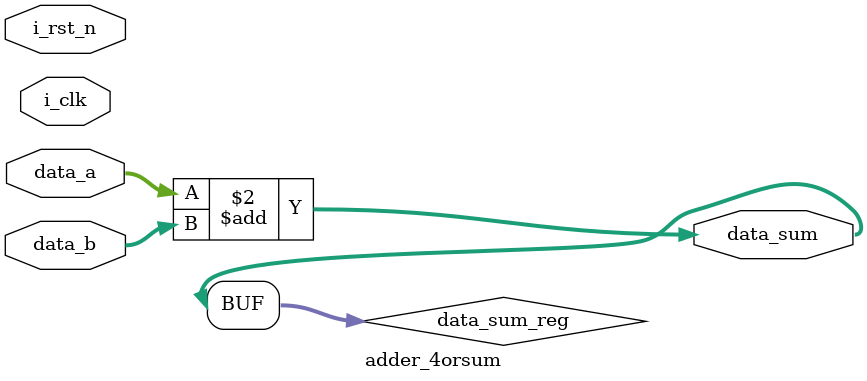
<source format=v>
module adder_4orsum # (
    parameter ADDR_W = 64
)(
    input                   i_clk,
    input                   i_rst_n,
    input [ADDR_W-1:0]      data_a,
    input [ADDR_W-1:0]      data_b,
    output [ADDR_W-1:0]     data_sum
);
reg [ADDR_W-1:0] data_sum_reg;

assign data_sum = data_sum_reg;

always @(*) begin
    data_sum_reg = data_a+data_b;
end

// always@(posedge i_clk or negedge i_rst_n)begin
//     if (~i_rst_n) begin
//         data_sum_reg = 0;
//     end
// end
endmodule
</source>
